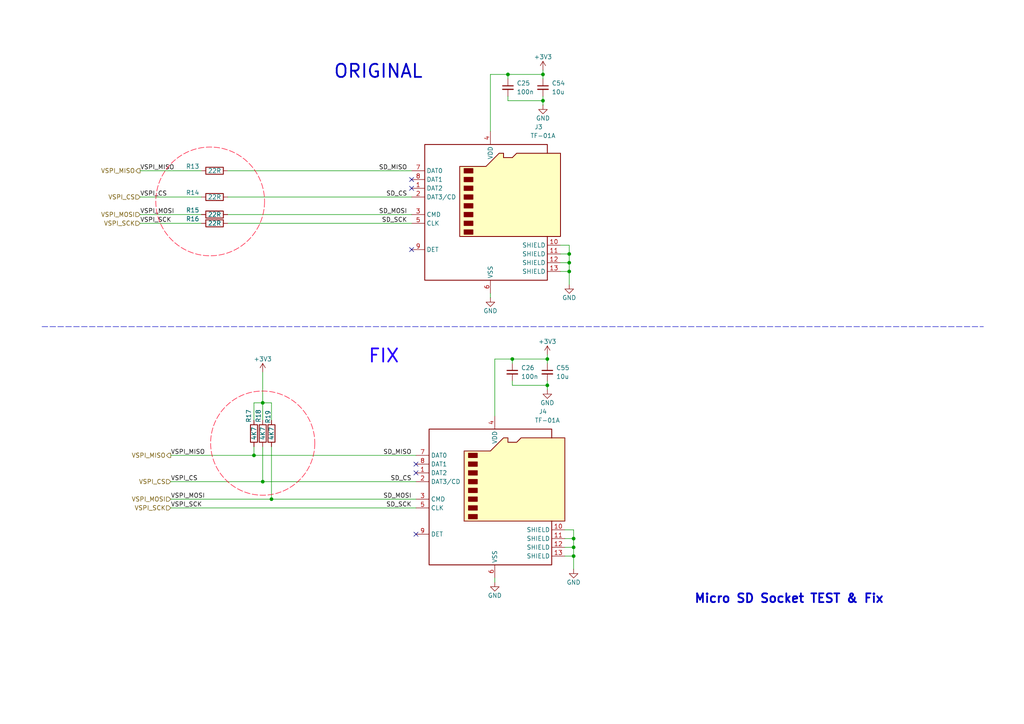
<source format=kicad_sch>
(kicad_sch (version 20250114) (generator "eeschema") (generator_version "9.0")
  (paper "A4")
  (lib_symbols
    (symbol "Connector:Micro_SD_Card_Det1"
      (property "Reference" "J6" (at 0.635 21.59 0))
      (property "Value" "Micro_SD_Card_Det1" (at 0.635 19.05 0))
      (symbol "Micro_SD_Card_Det1_0_1"
        (polyline (pts (xy -8.89 -8.89) (xy -8.89 11.43) (xy -1.27 11.43) (xy 2.54 15.24) (xy 3.81 15.24) (xy 3.81 13.97) (xy 6.35 13.97) (xy 7.62 15.24) (xy 20.32 15.24) (xy 20.32 -8.89) (xy -8.89 -8.89)) (stroke (width 0.254)) (fill (type background)))
        (rectangle (start -7.62 10.795) (end -5.08 9.525) (stroke (width 0.254)) (fill (type outline)))
        (rectangle (start -7.62 8.255) (end -5.08 6.985) (stroke (width 0.254)) (fill (type outline)))
        (rectangle (start -7.62 5.715) (end -5.08 4.445) (stroke (width 0.254)) (fill (type outline)))
        (rectangle (start -7.62 3.175) (end -5.08 1.905) (stroke (width 0.254)) (fill (type outline)))
        (rectangle (start -7.62 0.635) (end -5.08 -0.635) (stroke (width 0.254)) (fill (type outline)))
        (rectangle (start -7.62 -1.905) (end -5.08 -3.175) (stroke (width 0.254)) (fill (type outline)))
        (rectangle (start -7.62 -4.445) (end -5.08 -5.715) (stroke (width 0.254)) (fill (type outline)))
        (rectangle (start -7.62 -6.985) (end -5.08 -8.255) (stroke (width 0.254)) (fill (type outline)))
        (polyline (pts (xy 16.51 15.24) (xy 16.51 17.78) (xy -19.05 17.78) (xy -19.05 -21.59) (xy 16.51 -21.59) (xy 16.51 -8.89)) (stroke (width 0.254)))
      )
      (symbol "Micro_SD_Card_Det1_1_1"
        (pin bidirectional line (at -22.86 10.16 0) (length 3.81) (name "DAT0") (number "7"))
        (pin bidirectional line (at -22.86 7.62 0) (length 3.81) (name "DAT1") (number "8"))
        (pin bidirectional line (at -22.86 5.08 0) (length 3.81) (name "DAT2") (number "1"))
        (pin bidirectional line (at -22.86 2.54 0) (length 3.81) (name "DAT3/CD") (number "2"))
        (pin input line (at -22.86 -2.54 0) (length 3.81) (name "CMD") (number "3"))
        (pin input line (at -22.86 -5.08 0) (length 3.81) (name "CLK") (number "5"))
        (pin passive line (at -22.86 -12.7 0) (length 3.81) (name "DET") (number "9"))
        (pin power_in line (at 0 21.59 270) (length 3.81) (name "VDD") (number "4"))
        (pin power_in line (at 0 -25.4 90) (length 3.81) (name "VSS") (number "6"))
        (pin passive line (at 20.32 -11.43 180) (length 3.81) (name "SHIELD") (number "10"))
        (pin passive line (at 20.32 -13.97 180) (length 3.81) (name "SHIELD") (number "11"))
        (pin passive line (at 20.32 -16.51 180) (length 3.81) (name "SHIELD") (number "12"))
        (pin passive line (at 20.32 -19.05 180) (length 3.81) (name "SHIELD") (number "13"))
      )
    )
    (symbol "Device:C_Small" (pin_numbers (hide yes)) (pin_names (offset 0.254) (hide yes))
      (property "Reference" "C" (at 0.254 1.778 0))
      (property "Value" "C_Small" (at 0.254 -2.032 0))
      (symbol "C_Small_0_1"
        (polyline (pts (xy -1.524 0.508) (xy 1.524 0.508)) (stroke (width 0.3048)))
        (polyline (pts (xy -1.524 -0.508) (xy 1.524 -0.508)) (stroke (width 0.3302)))
      )
      (symbol "C_Small_1_1"
        (pin passive line (at 0 2.54 270) (length 2.032) (name "~") (number "1"))
        (pin passive line (at 0 -2.54 90) (length 2.032) (name "~") (number "2"))
      )
    )
    (symbol "Device:R" (pin_numbers (hide yes)) (pin_names (offset 0))
      (property "Reference" "R" (at 2.032 0 90))
      (property "Value" "R" (at 0 0 90))
      (symbol "R_0_1"
        (rectangle (start -1.016 -2.54) (end 1.016 2.54) (stroke (width 0.254)))
      )
      (symbol "R_1_1"
        (pin passive line (at 0 3.81 270) (length 1.27) (name "~") (number "1"))
        (pin passive line (at 0 -3.81 90) (length 1.27) (name "~") (number "2"))
      )
    )
    (symbol "power:+3V3" (power) (pin_names (offset 0))
      (property "Value" "+3V3" (at 0 3.556 0))
      (symbol "+3V3_0_1"
        (polyline (pts (xy -0.762 1.27) (xy 0 2.54)))
        (polyline (pts (xy 0 2.54) (xy 0.762 1.27)))
        (polyline (pts (xy 0 0) (xy 0 2.54)))
      )
      (symbol "+3V3_1_1"
        (pin power_in line (at 0 0 90) (length 0) (hide yes) (name "+3V3") (number "1"))
      )
    )
    (symbol "power:GND" (power) (pin_numbers (hide yes)) (pin_names (offset 0) (hide yes))
      (property "Value" "GND" (at 0 -3.81 0))
      (symbol "GND_0_1"
        (polyline (pts (xy 0 0) (xy 0 -1.27) (xy 1.27 -1.27) (xy 0 -2.54) (xy -1.27 -1.27) (xy 0 -1.27)))
      )
      (symbol "GND_1_1"
        (pin power_in line (at 0 0 270) (length 0) (name "~") (number "1"))
      )
    )
  )
  (circle (center 60.96 58.42) (radius 15.7726) (stroke (width 0) (type dash) (color 255 0 39 1)))
  (circle (center 76.2 128.524) (radius 15.1082) (stroke (width 0) (type dash) (color 255 0 39 1)))
  (text "Micro SD Socket TEST & Fix" (at 228.854 173.736 0) (effects (font (size 2.54 2.54) (thickness 0.508) (bold yes))))
  (text "FIX " (at 112.776 103.378 0) (effects (font (size 3.81 3.81) (thickness 0.508) (bold yes))))
  (text "ORIGINAL" (at 109.728 20.828 0) (effects (font (size 3.81 3.81) (thickness 0.508) (bold yes))))
  (junction (at 78.74 144.78))
  (junction (at 165.1 78.74))
  (junction (at 148.59 104.14))
  (junction (at 157.48 29.21))
  (junction (at 76.2 116.84))
  (junction (at 76.2 139.7))
  (junction (at 165.1 73.66))
  (junction (at 165.1 76.2))
  (junction (at 158.75 104.14))
  (junction (at 147.32 21.59))
  (junction (at 73.66 132.08))
  (junction (at 166.37 158.75))
  (junction (at 166.37 156.21))
  (junction (at 157.48 21.59))
  (junction (at 158.75 111.76))
  (junction (at 166.37 161.29))
  (no_connect (at 119.38 72.39))
  (no_connect (at 120.65 134.62))
  (no_connect (at 119.38 54.61))
  (no_connect (at 120.65 154.94))
  (no_connect (at 120.65 137.16))
  (no_connect (at 119.38 52.07))
  (wire (pts (xy 157.48 21.59) (xy 157.48 22.86)))
  (wire (pts (xy 162.56 78.74) (xy 165.1 78.74)))
  (wire (pts (xy 165.1 76.2) (xy 165.1 78.74)))
  (wire (pts (xy 78.74 116.84) (xy 76.2 116.84)))
  (wire (pts (xy 163.83 158.75) (xy 166.37 158.75)))
  (polyline (pts (xy 12.192 94.742) (xy 285.242 94.742)) (stroke (width 0) (type dash)))
  (wire (pts (xy 49.53 139.7) (xy 76.2 139.7)))
  (wire (pts (xy 163.83 161.29) (xy 166.37 161.29)))
  (wire (pts (xy 143.51 167.64) (xy 143.51 168.91)))
  (wire (pts (xy 158.75 104.14) (xy 158.75 105.41)))
  (wire (pts (xy 162.56 76.2) (xy 165.1 76.2)))
  (wire (pts (xy 76.2 107.95) (xy 76.2 116.84)))
  (wire (pts (xy 166.37 158.75) (xy 166.37 161.29)))
  (wire (pts (xy 40.64 62.23) (xy 58.42 62.23)))
  (wire (pts (xy 142.24 85.09) (xy 142.24 86.36)))
  (wire (pts (xy 162.56 73.66) (xy 165.1 73.66)))
  (wire (pts (xy 73.66 121.92) (xy 73.66 116.84)))
  (wire (pts (xy 165.1 71.12) (xy 165.1 73.66)))
  (wire (pts (xy 162.56 71.12) (xy 165.1 71.12)))
  (wire (pts (xy 73.66 129.54) (xy 73.66 132.08)))
  (wire (pts (xy 147.32 21.59) (xy 147.32 22.86)))
  (wire (pts (xy 157.48 20.32) (xy 157.48 21.59)))
  (wire (pts (xy 157.48 30.48) (xy 157.48 29.21)))
  (wire (pts (xy 66.04 49.53) (xy 119.38 49.53)))
  (wire (pts (xy 76.2 116.84) (xy 76.2 121.92)))
  (wire (pts (xy 158.75 104.14) (xy 148.59 104.14)))
  (wire (pts (xy 147.32 29.21) (xy 147.32 27.94)))
  (wire (pts (xy 40.64 64.77) (xy 58.42 64.77)))
  (wire (pts (xy 49.53 144.78) (xy 78.74 144.78)))
  (wire (pts (xy 143.51 104.14) (xy 143.51 120.65)))
  (wire (pts (xy 76.2 139.7) (xy 120.65 139.7)))
  (wire (pts (xy 157.48 27.94) (xy 157.48 29.21)))
  (wire (pts (xy 148.59 104.14) (xy 143.51 104.14)))
  (wire (pts (xy 40.64 49.53) (xy 58.42 49.53)))
  (wire (pts (xy 148.59 104.14) (xy 148.59 105.41)))
  (wire (pts (xy 49.53 147.32) (xy 120.65 147.32)))
  (wire (pts (xy 142.24 21.59) (xy 142.24 38.1)))
  (wire (pts (xy 158.75 102.87) (xy 158.75 104.14)))
  (wire (pts (xy 166.37 156.21) (xy 166.37 158.75)))
  (wire (pts (xy 66.04 64.77) (xy 119.38 64.77)))
  (wire (pts (xy 166.37 153.67) (xy 166.37 156.21)))
  (wire (pts (xy 157.48 21.59) (xy 147.32 21.59)))
  (wire (pts (xy 147.32 21.59) (xy 142.24 21.59)))
  (wire (pts (xy 73.66 132.08) (xy 120.65 132.08)))
  (wire (pts (xy 73.66 116.84) (xy 76.2 116.84)))
  (wire (pts (xy 158.75 113.03) (xy 158.75 111.76)))
  (wire (pts (xy 78.74 129.54) (xy 78.74 144.78)))
  (wire (pts (xy 157.48 29.21) (xy 147.32 29.21)))
  (wire (pts (xy 49.53 132.08) (xy 73.66 132.08)))
  (wire (pts (xy 165.1 73.66) (xy 165.1 76.2)))
  (wire (pts (xy 40.64 57.15) (xy 58.42 57.15)))
  (wire (pts (xy 163.83 153.67) (xy 166.37 153.67)))
  (wire (pts (xy 78.74 144.78) (xy 120.65 144.78)))
  (wire (pts (xy 78.74 121.92) (xy 78.74 116.84)))
  (wire (pts (xy 66.04 62.23) (xy 119.38 62.23)))
  (wire (pts (xy 148.59 111.76) (xy 148.59 110.49)))
  (wire (pts (xy 66.04 57.15) (xy 119.38 57.15)))
  (wire (pts (xy 158.75 111.76) (xy 148.59 111.76)))
  (wire (pts (xy 163.83 156.21) (xy 166.37 156.21)))
  (wire (pts (xy 158.75 110.49) (xy 158.75 111.76)))
  (wire (pts (xy 165.1 78.74) (xy 165.1 82.55)))
  (wire (pts (xy 76.2 129.54) (xy 76.2 139.7)))
  (wire (pts (xy 166.37 161.29) (xy 166.37 165.1)))
  (label "VSPI_CS" (at 49.53 139.7 0))
  (label "SD_SCK" (at 118.11 64.77 180))
  (label "VSPI_SCK" (at 40.64 64.77 0))
  (label "SD_MISO" (at 119.38 132.08 180))
  (label "SD_CS" (at 119.38 139.7 180))
  (label "VSPI_MOSI" (at 40.64 62.23 0))
  (label "VSPI_MISO" (at 49.53 132.08 0))
  (label "SD_MISO" (at 118.11 49.53 180))
  (label "SD_MOSI" (at 119.38 144.78 180))
  (label "VSPI_MOSI" (at 49.53 144.78 0))
  (label "VSPI_CS" (at 40.64 57.15 0))
  (label "SD_MOSI" (at 118.11 62.23 180))
  (label "SD_CS" (at 118.11 57.15 180))
  (label "VSPI_MISO" (at 40.64 49.53 0))
  (label "SD_SCK" (at 119.38 147.32 180))
  (label "VSPI_SCK" (at 49.53 147.32 0))
  (hierarchical_label "VSPI_MOSI" (shape input) (at 49.53 144.78 180))
  (hierarchical_label "VSPI_CS" (shape input) (at 40.64 57.15 180))
  (hierarchical_label "VSPI_SCK" (shape input) (at 49.53 147.32 180))
  (hierarchical_label "VSPI_CS" (shape input) (at 49.53 139.7 180))
  (hierarchical_label "VSPI_MOSI" (shape input) (at 40.64 62.23 180))
  (hierarchical_label "VSPI_SCK" (shape input) (at 40.64 64.77 180))
  (hierarchical_label "VSPI_MISO" (shape output) (at 40.64 49.53 180))
  (hierarchical_label "VSPI_MISO" (shape output) (at 49.53 132.08 180))
  (symbol (lib_id "Connector:Micro_SD_Card_Det1") (at 142.24 59.69 0) (unit 1)
    (property "Reference" "J3" (at 156.21 36.83 0))
    (property "Value" "TF-01A" (at 157.48 39.37 0))
    (property "Footprint" "FMC_NewVersion:TF-SMD_TF-01A" (effects (hide yes)))
    (property "Datasheet" "https://en.krhro.com/npublic/opdfjs/web/viewer.html?file=https%3A%2F%2Fomo-oss-file.thefastfile.com%2Fportal-saas%2Fnew2023011311465142457%2Fcms%2Ffile%2F3e40b08a-1f70-4895-ad5f-3816639c786e.pdf" (effects (hide yes)))
    (property "Description" "Micro SD Card Socket with one card detection pin" (effects (hide yes)))
    (property "JLCPCB Part #" "C91145" (effects (hide yes)))
    (property "Manufacturer" "Korean Hroparts Elec" (effects (hide yes)))
    (property "Manufacturer Part Number" "TF-01A" (effects (hide yes)))
  )
  (symbol (lib_id "power:+3V3") (at 76.2 107.95 0) (unit 1)
    (property "Reference" "#PWR047" (effects (hide yes)))
    (property "Value" "+3V3" (at 76.2 104.14 0))
  )
  (symbol (lib_id "Device:R") (at 78.74 125.73 180) (unit 1)
    (property "Reference" "R19" (at 77.724 120.904 90))
    (property "Value" "4K7" (at 78.74 125.73 90))
    (property "Footprint" "Resistor_SMD:R_0402_1005Metric" (effects (hide yes)))
    (property "Datasheet" "https://www.lcsc.com/datasheet/lcsc_datasheet_2304140030_YAGEO-RC0402FR-0722RL_C114765.pdf" (effects (hide yes)))
    (property "Description" "62.5mW Thick Film Resistors 50V ±100ppm/℃ ±1% 22Ω 0402 Chip Resistor - Surface Mount ROHS" (effects (hide yes)))
    (property "Manufacturer" "YAGEO" (effects (hide yes)))
    (property "Manufacturer Part Number" "RC0402FR-0722RL" (effects (hide yes)))
    (property "JLCPCB Part #" "C114765" (effects (hide yes)))
  )
  (symbol (lib_id "Device:R") (at 73.66 125.73 180) (unit 1)
    (property "Reference" "R17" (at 72.136 120.65 90))
    (property "Value" "4K7" (at 73.66 125.73 90))
    (property "Footprint" "Resistor_SMD:R_0402_1005Metric" (effects (hide yes)))
    (property "Datasheet" "https://www.lcsc.com/datasheet/lcsc_datasheet_2304140030_YAGEO-RC0402FR-0722RL_C114765.pdf" (effects (hide yes)))
    (property "Description" "62.5mW Thick Film Resistors 50V ±100ppm/℃ ±1% 22Ω 0402 Chip Resistor - Surface Mount ROHS" (effects (hide yes)))
    (property "Manufacturer" "YAGEO" (effects (hide yes)))
    (property "Manufacturer Part Number" "RC0402FR-0722RL" (effects (hide yes)))
    (property "JLCPCB Part #" "C114765" (effects (hide yes)))
  )
  (symbol (lib_id "Device:R") (at 62.23 49.53 90) (unit 1)
    (property "Reference" "R13" (at 55.88 48.26 90))
    (property "Value" "22R" (at 62.23 49.53 90))
    (property "Footprint" "Resistor_SMD:R_0402_1005Metric" (effects (hide yes)))
    (property "Datasheet" "https://www.lcsc.com/datasheet/lcsc_datasheet_2304140030_YAGEO-RC0402FR-0722RL_C114765.pdf" (effects (hide yes)))
    (property "Description" "62.5mW Thick Film Resistors 50V ±100ppm/℃ ±1% 22Ω 0402 Chip Resistor - Surface Mount ROHS" (effects (hide yes)))
    (property "Manufacturer" "YAGEO" (effects (hide yes)))
    (property "Manufacturer Part Number" "RC0402FR-0722RL" (effects (hide yes)))
    (property "JLCPCB Part #" "C114765" (effects (hide yes)))
  )
  (symbol (lib_id "power:GND") (at 143.51 168.91 0) (unit 1)
    (property "Reference" "#PWR043" (effects (hide yes)))
    (property "Value" "GND" (at 143.51 172.72 0))
    (property "Description" "Power symbol creates a global label with name \"GND\" , ground" (effects (hide yes)))
  )
  (symbol (lib_id "Device:C_Small") (at 148.59 107.95 0) (unit 1)
    (property "Reference" "C26" (at 151.13 106.6863 0) (effects (justify left)))
    (property "Value" "100n" (at 151.13 109.2263 0) (effects (justify left)))
    (property "Footprint" "Capacitor_SMD:C_0402_1005Metric" (effects (hide yes)))
    (property "Datasheet" "https://www.lcsc.com/datasheet/lcsc_datasheet_2409272231_YAGEO-CC0402KRX7R9BB104_C131394.pdf" (effects (hide yes)))
    (property "Description" "50V 100nF X7R ±10% 0402 Multilayer Ceramic Capacitors MLCC - SMD/SMT ROHS" (effects (hide yes)))
    (property "Manufacturer" "YAGEO" (effects (hide yes)))
    (property "Manufacturer Part Number" "CC0402KRX7R9BB104" (effects (hide yes)))
    (property "JLCPCB Part #" "C131394" (effects (hide yes)))
  )
  (symbol (lib_id "power:GND") (at 142.24 86.36 0) (unit 1)
    (property "Reference" "#PWR035" (effects (hide yes)))
    (property "Value" "GND" (at 142.24 90.17 0))
    (property "Description" "Power symbol creates a global label with name \"GND\" , ground" (effects (hide yes)))
  )
  (symbol (lib_id "power:+3V3") (at 158.75 102.87 0) (unit 1)
    (property "Reference" "#PWR044" (effects (hide yes)))
    (property "Value" "+3V3" (at 158.75 99.06 0))
  )
  (symbol (lib_id "Device:R") (at 76.2 125.73 180) (unit 1)
    (property "Reference" "R18" (at 74.93 120.65 90))
    (property "Value" "4K7" (at 76.2 125.73 90))
    (property "Footprint" "Resistor_SMD:R_0402_1005Metric" (effects (hide yes)))
    (property "Datasheet" "https://www.lcsc.com/datasheet/lcsc_datasheet_2304140030_YAGEO-RC0402FR-0722RL_C114765.pdf" (effects (hide yes)))
    (property "Description" "62.5mW Thick Film Resistors 50V ±100ppm/℃ ±1% 22Ω 0402 Chip Resistor - Surface Mount ROHS" (effects (hide yes)))
    (property "Manufacturer" "YAGEO" (effects (hide yes)))
    (property "Manufacturer Part Number" "RC0402FR-0722RL" (effects (hide yes)))
    (property "JLCPCB Part #" "C114765" (effects (hide yes)))
  )
  (symbol (lib_id "power:GND") (at 166.37 165.1 0) (unit 1)
    (property "Reference" "#PWR046" (effects (hide yes)))
    (property "Value" "GND" (at 166.37 168.91 0))
    (property "Description" "Power symbol creates a global label with name \"GND\" , ground" (effects (hide yes)))
  )
  (symbol (lib_id "Device:R") (at 62.23 57.15 90) (unit 1)
    (property "Reference" "R14" (at 55.88 55.88 90))
    (property "Value" "22R" (at 62.23 57.15 90))
    (property "Footprint" "Resistor_SMD:R_0402_1005Metric" (effects (hide yes)))
    (property "Datasheet" "https://www.lcsc.com/datasheet/lcsc_datasheet_2304140030_YAGEO-RC0402FR-0722RL_C114765.pdf" (effects (hide yes)))
    (property "Description" "62.5mW Thick Film Resistors 50V ±100ppm/℃ ±1% 22Ω 0402 Chip Resistor - Surface Mount ROHS" (effects (hide yes)))
    (property "Manufacturer" "YAGEO" (effects (hide yes)))
    (property "Manufacturer Part Number" "RC0402FR-0722RL" (effects (hide yes)))
    (property "JLCPCB Part #" "C114765" (effects (hide yes)))
  )
  (symbol (lib_id "Connector:Micro_SD_Card_Det1") (at 143.51 142.24 0) (unit 1)
    (property "Reference" "J4" (at 157.48 119.38 0))
    (property "Value" "TF-01A" (at 158.75 121.92 0))
    (property "Footprint" "FMC_NewVersion:TF-SMD_TF-01A" (effects (hide yes)))
    (property "Datasheet" "https://en.krhro.com/npublic/opdfjs/web/viewer.html?file=https%3A%2F%2Fomo-oss-file.thefastfile.com%2Fportal-saas%2Fnew2023011311465142457%2Fcms%2Ffile%2F3e40b08a-1f70-4895-ad5f-3816639c786e.pdf" (effects (hide yes)))
    (property "Description" "Micro SD Card Socket with one card detection pin" (effects (hide yes)))
    (property "JLCPCB Part #" "C91145" (effects (hide yes)))
    (property "Manufacturer" "Korean Hroparts Elec" (effects (hide yes)))
    (property "Manufacturer Part Number" "TF-01A" (effects (hide yes)))
  )
  (symbol (lib_id "Device:C_Small") (at 147.32 25.4 0) (unit 1)
    (property "Reference" "C25" (at 149.86 24.1363 0) (effects (justify left)))
    (property "Value" "100n" (at 149.86 26.6763 0) (effects (justify left)))
    (property "Footprint" "Capacitor_SMD:C_0402_1005Metric" (effects (hide yes)))
    (property "Datasheet" "https://www.lcsc.com/datasheet/lcsc_datasheet_2409272231_YAGEO-CC0402KRX7R9BB104_C131394.pdf" (effects (hide yes)))
    (property "Description" "50V 100nF X7R ±10% 0402 Multilayer Ceramic Capacitors MLCC - SMD/SMT ROHS" (effects (hide yes)))
    (property "Manufacturer" "YAGEO" (effects (hide yes)))
    (property "Manufacturer Part Number" "CC0402KRX7R9BB104" (effects (hide yes)))
    (property "JLCPCB Part #" "C131394" (effects (hide yes)))
  )
  (symbol (lib_id "power:GND") (at 157.48 30.48 0) (unit 1)
    (property "Reference" "#PWR037" (effects (hide yes)))
    (property "Value" "GND" (at 157.48 34.29 0))
    (property "Description" "Power symbol creates a global label with name \"GND\" , ground" (effects (hide yes)))
  )
  (symbol (lib_id "Device:R") (at 62.23 64.77 90) (unit 1)
    (property "Reference" "R16" (at 55.88 63.5 90))
    (property "Value" "22R" (at 62.23 64.77 90))
    (property "Footprint" "Resistor_SMD:R_0402_1005Metric" (effects (hide yes)))
    (property "Datasheet" "https://www.lcsc.com/datasheet/lcsc_datasheet_2304140030_YAGEO-RC0402FR-0722RL_C114765.pdf" (effects (hide yes)))
    (property "Description" "62.5mW Thick Film Resistors 50V ±100ppm/℃ ±1% 22Ω 0402 Chip Resistor - Surface Mount ROHS" (effects (hide yes)))
    (property "Manufacturer" "YAGEO" (effects (hide yes)))
    (property "Manufacturer Part Number" "RC0402FR-0722RL" (effects (hide yes)))
    (property "JLCPCB Part #" "C114765" (effects (hide yes)))
  )
  (symbol (lib_id "power:GND") (at 158.75 113.03 0) (unit 1)
    (property "Reference" "#PWR045" (effects (hide yes)))
    (property "Value" "GND" (at 158.75 116.84 0))
    (property "Description" "Power symbol creates a global label with name \"GND\" , ground" (effects (hide yes)))
  )
  (symbol (lib_id "power:+3V3") (at 157.48 20.32 0) (unit 1)
    (property "Reference" "#PWR036" (effects (hide yes)))
    (property "Value" "+3V3" (at 157.48 16.51 0))
  )
  (symbol (lib_id "power:GND") (at 165.1 82.55 0) (unit 1)
    (property "Reference" "#PWR038" (effects (hide yes)))
    (property "Value" "GND" (at 165.1 86.36 0))
    (property "Description" "Power symbol creates a global label with name \"GND\" , ground" (effects (hide yes)))
  )
  (symbol (lib_id "Device:C_Small") (at 157.48 25.4 0) (unit 1)
    (property "Reference" "C54" (at 160.02 24.1362 0) (effects (justify left)))
    (property "Value" "10u" (at 160.02 26.6762 0) (effects (justify left)))
    (property "Footprint" "Capacitor_SMD:C_0603_1608Metric" (effects (hide yes)))
    (property "Datasheet" "https://www.lcsc.com/datasheet/lcsc_datasheet_2407081117_YAGEO-CC0603MRX5R8BB106_C596327.pdf" (effects (hide yes)))
    (property "Description" "25V 10uF X5R ±20% 0603 Multilayer Ceramic Capacitors MLCC - SMD/SMT ROHS" (effects (hide yes)))
    (property "JLCPCB Part #" "C596327" (effects (hide yes)))
    (property "Manufacturer" "YAGEO" (effects (hide yes)))
    (property "Manufacturer Part Number" "CC0603MRX5R8BB106" (effects (hide yes)))
  )
  (symbol (lib_id "Device:R") (at 62.23 62.23 90) (unit 1)
    (property "Reference" "R15" (at 55.88 60.96 90))
    (property "Value" "22R" (at 62.23 62.23 90))
    (property "Footprint" "Resistor_SMD:R_0402_1005Metric" (effects (hide yes)))
    (property "Datasheet" "https://www.lcsc.com/datasheet/lcsc_datasheet_2304140030_YAGEO-RC0402FR-0722RL_C114765.pdf" (effects (hide yes)))
    (property "Description" "62.5mW Thick Film Resistors 50V ±100ppm/℃ ±1% 22Ω 0402 Chip Resistor - Surface Mount ROHS" (effects (hide yes)))
    (property "Manufacturer" "YAGEO" (effects (hide yes)))
    (property "Manufacturer Part Number" "RC0402FR-0722RL" (effects (hide yes)))
    (property "JLCPCB Part #" "C114765" (effects (hide yes)))
  )
  (symbol (lib_id "Device:C_Small") (at 158.75 107.95 0) (unit 1)
    (property "Reference" "C55" (at 161.29 106.6862 0) (effects (justify left)))
    (property "Value" "10u" (at 161.29 109.2262 0) (effects (justify left)))
    (property "Footprint" "Capacitor_SMD:C_0603_1608Metric" (effects (hide yes)))
    (property "Datasheet" "https://www.lcsc.com/datasheet/lcsc_datasheet_2407081117_YAGEO-CC0603MRX5R8BB106_C596327.pdf" (effects (hide yes)))
    (property "Description" "25V 10uF X5R ±20% 0603 Multilayer Ceramic Capacitors MLCC - SMD/SMT ROHS" (effects (hide yes)))
    (property "JLCPCB Part #" "C596327" (effects (hide yes)))
    (property "Manufacturer" "YAGEO" (effects (hide yes)))
    (property "Manufacturer Part Number" "CC0603MRX5R8BB106" (effects (hide yes)))
  )
)
</source>
